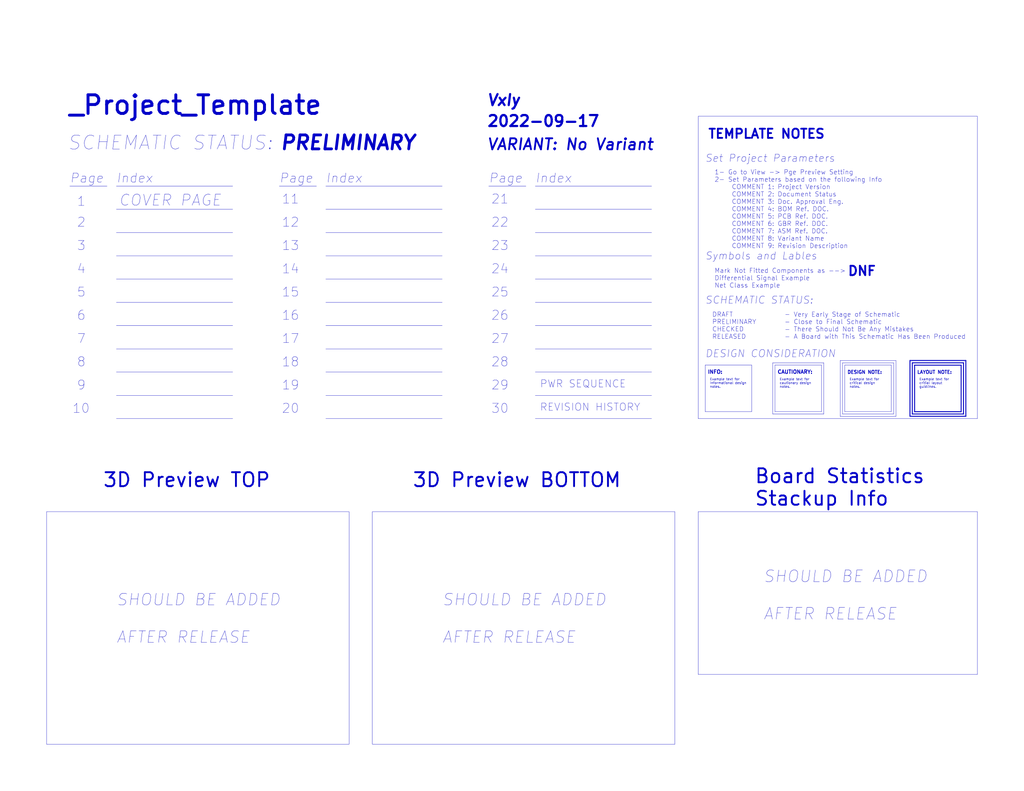
<source format=kicad_sch>
(kicad_sch (version 20230121) (generator eeschema)
  (paper "C")
  (title_block (title "_Project_Template") (date "2022-09-17") (rev "VxIy") (company "Siavash Taher Parvar") (comment 1 "Siavash Taher Parvar") (comment 2 "PRELIMINARY") (comment 3 "Siavash Taher Parvar") (comment 4 "PT_091722_2") (comment 5 "PT_091722_3") (comment 6 "PT_091722_4") (comment 7 "PT_091722_1") (comment 8 "No Variant") (comment 9 "N/A"))
  (lib_symbols)
  (polyline (pts (xy 459.74 198.12) (xy 459.74 226.06)))
  (polyline (pts (xy 292.1 127) (xy 355.6 127)))
  (polyline (pts (xy 410.21 199.39) (xy 410.21 224.79)))
  (polyline (pts (xy 486.41 224.79) (xy 461.01 224.79)))
  (polyline (pts (xy 496.57 196.85) (xy 496.57 227.33)) (stroke (width 0.5)))
  (polyline (pts (xy 63.5 139.7) (xy 127 139.7)))
  (polyline (pts (xy 497.84 198.12) (xy 497.84 226.06)) (stroke (width 0.5)))
  (polyline (pts (xy 177.8 165.1) (xy 241.3 165.1)))
  (polyline (pts (xy 63.5 127) (xy 127 127)))
  (polyline (pts (xy 384.81 199.39) (xy 410.21 199.39)))
  (polyline (pts (xy 384.81 199.39) (xy 384.81 224.79)))
  (polyline (pts (xy 177.8 127) (xy 241.3 127)))
  (polyline (pts (xy 525.78 198.12) (xy 525.78 226.06)) (stroke (width 0.5)))
  (polyline (pts (xy 422.91 199.39) (xy 448.31 199.39)))
  (polyline (pts (xy 177.8 228.6) (xy 241.3 228.6)))
  (polyline (pts (xy 266.7 101.6) (xy 287.02 101.6)))
  (polyline (pts (xy 524.51 199.39) (xy 524.51 224.79)) (stroke (width 0.5)))
  (polyline (pts (xy 422.91 199.39) (xy 422.91 224.79)))
  (polyline (pts (xy 63.5 165.1) (xy 127 165.1)))
  (polyline (pts (xy 486.41 199.39) (xy 486.41 224.79)))
  (polyline (pts (xy 461.01 199.39) (xy 461.01 224.79)))
  (polyline (pts (xy 63.5 177.8) (xy 127 177.8)))
  (polyline (pts (xy 458.47 196.85) (xy 458.47 227.33)))
  (polyline (pts (xy 488.95 196.85) (xy 488.95 227.33)))
  (polyline (pts (xy 292.1 165.1) (xy 355.6 165.1)))
  (polyline (pts (xy 63.5 101.6) (xy 127 101.6)))
  (polyline (pts (xy 63.5 203.2) (xy 127 203.2)))
  (polyline (pts (xy 38.1 101.6) (xy 58.42 101.6)))
  (polyline (pts (xy 292.1 114.3) (xy 355.6 114.3)))
  (polyline (pts (xy 177.8 215.9) (xy 241.3 215.9)))
  (polyline (pts (xy 448.31 224.79) (xy 422.91 224.79)))
  (polyline (pts (xy 63.5 190.5) (xy 127 190.5)))
  (polyline (pts (xy 496.57 227.33) (xy 527.05 227.33)) (stroke (width 0.5)))
  (polyline (pts (xy 292.1 177.8) (xy 355.6 177.8)))
  (polyline (pts (xy 292.1 101.6) (xy 355.6 101.6)))
  (polyline (pts (xy 499.11 199.39) (xy 499.11 224.79)) (stroke (width 0.5)))
  (polyline (pts (xy 527.05 196.85) (xy 527.05 227.33)) (stroke (width 0.5)))
  (polyline (pts (xy 448.31 199.39) (xy 448.31 224.79)))
  (polyline (pts (xy 292.1 203.2) (xy 355.6 203.2)))
  (polyline (pts (xy 292.1 215.9) (xy 355.6 215.9)))
  (polyline (pts (xy 177.8 190.5) (xy 241.3 190.5)))
  (polyline (pts (xy 63.5 215.9) (xy 127 215.9)))
  (polyline (pts (xy 458.47 196.85) (xy 488.95 196.85)))
  (polyline (pts (xy 292.1 139.7) (xy 355.6 139.7)))
  (polyline (pts (xy 499.11 199.39) (xy 524.51 199.39)) (stroke (width 0.5)))
  (polyline (pts (xy 459.74 198.12) (xy 487.68 198.12)))
  (polyline (pts (xy 461.01 199.39) (xy 486.41 199.39)))
  (polyline (pts (xy 152.4 101.6) (xy 172.72 101.6)))
  (polyline (pts (xy 292.1 228.6) (xy 355.6 228.6)))
  (polyline (pts (xy 292.1 152.4) (xy 355.6 152.4)))
  (polyline (pts (xy 177.8 114.3) (xy 241.3 114.3)))
  (polyline (pts (xy 177.8 139.7) (xy 241.3 139.7)))
  (polyline (pts (xy 421.64 198.12) (xy 449.58 198.12)))
  (polyline (pts (xy 63.5 152.4) (xy 127 152.4)))
  (polyline (pts (xy 292.1 190.5) (xy 355.6 190.5)))
  (polyline (pts (xy 496.57 196.85) (xy 527.05 196.85)) (stroke (width 0.5)))
  (polyline (pts (xy 524.51 224.79) (xy 499.11 224.79)) (stroke (width 0.5)))
  (polyline (pts (xy 525.78 226.06) (xy 497.84 226.06)) (stroke (width 0.5)))
  (polyline (pts (xy 410.21 224.79) (xy 384.81 224.79)))
  (polyline (pts (xy 63.5 228.6) (xy 127 228.6)))
  (polyline (pts (xy 487.68 226.06) (xy 459.74 226.06)))
  (polyline (pts (xy 449.58 198.12) (xy 449.58 226.06)))
  (polyline (pts (xy 177.8 177.8) (xy 241.3 177.8)))
  (polyline (pts (xy 458.47 227.33) (xy 488.95 227.33)))
  (polyline (pts (xy 421.64 198.12) (xy 421.64 226.06)))
  (polyline (pts (xy 449.58 226.06) (xy 421.64 226.06)))
  (polyline (pts (xy 63.5 114.3) (xy 127 114.3)))
  (polyline (pts (xy 177.8 203.2) (xy 241.3 203.2)))
  (polyline (pts (xy 177.8 152.4) (xy 241.3 152.4)))
  (polyline (pts (xy 487.68 198.12) (xy 487.68 226.06)))
  (polyline (pts (xy 497.84 198.12) (xy 525.78 198.12)) (stroke (width 0.5)))
  (polyline (pts (xy 177.8 101.6) (xy 241.3 101.6)))
  (rectangle (start 203.2 279.4) (end 368.3 406.4))
  (rectangle (start 381 63.5) (end 533.4 228.6))
  (rectangle (start 381 279.4) (end 533.4 368.3))
  (rectangle (start 25.4 279.4) (end 190.5 406.4))
  (text "27" (at 267.97 187.96 0) (effects (font (size 5 5)) (justify left bottom)))
  (text "${COMMENT2}" (at 152.4 82.55 0) (effects (font (size 7.62 7.62) (thickness 1.524) bold italic) (justify left bottom)))
  (text "Index" (at 177.8 100.33 0) (effects (font (size 5 5) italic) (justify left bottom)))
  (text "21" (at 267.97 111.76 0) (effects (font (size 5 5)) (justify left bottom)))
  (text "TEMPLATE NOTES" (at 386.08 76.2 0) (effects (font (size 5 5) bold) (justify left bottom)))
  (text "${ISSUE_DATE}" (at 265.43 69.85 0) (effects (font (size 6 6) bold) (justify left bottom)))
  (text "LAYOUT NOTE:" (at 500.38 204.47 0) (effects (font (size 1.8 1.8) bold) (justify left bottom)))
  (text "14" (at 153.67 149.86 0) (effects (font (size 5 5)) (justify left bottom)))
  (text "8" (at 41.91 200.66 0) (effects (font (size 5 5)) (justify left bottom)))
  (text "25" (at 267.97 162.56 0) (effects (font (size 5 5)) (justify left bottom)))
  (text "Page" (at 38.1 100.33 0) (effects (font (size 5 5) italic) (justify left bottom)))
  (text "11" (at 153.67 111.76 0) (effects (font (size 5 5)) (justify left bottom)))
  (text "Page" (at 266.7 100.33 0) (effects (font (size 5 5) italic) (justify left bottom)))
  (text "DESIGN CONSIDERATION" (at 384.81 195.58 0) (effects (font (size 4 4) italic) (justify left bottom)))
  (text "Index" (at 292.1 100.33 0) (effects (font (size 5 5) italic) (justify left bottom)))
  (text "15" (at 153.67 162.56 0) (effects (font (size 5 5)) (justify left bottom)))
  (text "2\n" (at 41.91 124.46 0) (effects (font (size 5 5)) (justify left bottom)))
  (text "CAUTIONARY:" (at 424.18 204.47 0) (effects (font (size 2 2) bold) (justify left bottom)))
  (text "28" (at 267.97 200.66 0) (effects (font (size 5 5)) (justify left bottom)))
  (text "6" (at 41.91 175.26 0) (effects (font (size 5 5)) (justify left bottom)))
  (text "3" (at 41.91 137.16 0) (effects (font (size 5 5)) (justify left bottom)))
  (text "17" (at 153.67 187.96 0) (effects (font (size 5 5)) (justify left bottom)))
  (text "DNF" (at 462.28 151.13 0) (effects (font (size 5.08 5.08) (thickness 1.016) bold) (justify left bottom)))
  (text "12" (at 153.67 124.46 0) (effects (font (size 5 5)) (justify left bottom)))
  (text "22" (at 267.97 124.46 0) (effects (font (size 5 5)) (justify left bottom)))
  (text "PWR SEQUENCE" (at 294.64 212.09 0) (effects (font (size 4 4)) (justify left bottom)))
  (text "24" (at 267.97 149.86 0) (effects (font (size 5 5)) (justify left bottom)))
  (text "REVISION HISTORY" (at 294.64 224.79 0) (effects (font (size 4 4)) (justify left bottom)))
  (text "10" (at 39.37 226.06 0) (effects (font (size 5 5)) (justify left bottom)))
  (text "Example text for\ncritial layout\nguidlines." (at 501.65 212.09 0) (effects (font (size 1.27 1.27)) (justify left bottom)))
  (text "23" (at 267.97 137.16 0) (effects (font (size 5 5)) (justify left bottom)))
  (text "Page" (at 152.4 100.33 0) (effects (font (size 5 5) italic) (justify left bottom)))
  (text "${TITLE}" (at 36.83 63.5 0) (effects (font (size 10.16 10.16) (thickness 1.6) bold) (justify left bottom)))
  (text "1- Go to View -> Pge Preview Setting\n2- Set Parameters based on the following Info\n	COMMENT 1: Project Version\n	COMMENT 2: Document Status\n	COMMENT 3: Doc. Approval Eng.\n	COMMENT 4: BOM Ref. DOC.\n	COMMENT 5: PCB Ref. DOC.\n	COMMENT 6: GBR Ref. DOC.\n	COMMENT 7: ASM Ref. DOC.\n	COMMENT 8: Variant Name\n	COMMENT 9: Revision Description " (at 389.89 135.89 0) (effects (font (size 2.5 2.5)) (justify left bottom)))
  (text "Index" (at 63.5 100.33 0) (effects (font (size 5 5) italic) (justify left bottom)))
  (text "29" (at 267.97 213.36 0) (effects (font (size 5 5)) (justify left bottom)))
  (text "4" (at 41.91 149.86 0) (effects (font (size 5 5)) (justify left bottom)))
  (text "18" (at 153.67 200.66 0) (effects (font (size 5 5)) (justify left bottom)))
  (text "3D Preview TOP" (at 55.88 266.7 0) (effects (font (size 7.62 7.62) (thickness 1.016) bold) (justify left bottom)))
  (text "Board Statistics \nStackup Info" (at 411.48 276.86 0) (effects (font (size 7.62 7.62) (thickness 1.016) bold) (justify left bottom)))
  (text "19" (at 153.67 213.36 0) (effects (font (size 5 5)) (justify left bottom)))
  (text "Set Project Parameters" (at 384.81 88.9 0) (effects (font (size 4 4) italic) (justify left bottom)))
  (text "VARIANT: ${COMMENT8}" (at 265.43 82.55 0) (effects (font (size 6 6) (thickness 1) bold italic) (justify left bottom)))
  (text "Example text for\ncautionary design\nnotes." (at 425.45 212.09 0) (effects (font (size 1.27 1.27)) (justify left bottom)))
  (text "9" (at 41.91 213.36 0) (effects (font (size 5 5)) (justify left bottom)))
  (text "DRAFT 			- Very Early Stage of Schematic\nPRELIMINARY 	- Close to Final Schematic\nCHECKED 		- There Should Not Be Any Mistakes\nRELEASED 		- A Board with This Schematic Has Been Produced" (at 388.62 185.42 0) (effects (font (size 2.5 2.5)) (justify left bottom)))
  (text "16" (at 153.67 175.26 0) (effects (font (size 5 5)) (justify left bottom)))
  (text "SHOULD BE ADDED\n\nAFTER RELEASE" (at 416.56 339.09 0) (effects (font (size 6.35 6.35) italic) (justify left bottom)))
  (text "3D Preview BOTTOM" (at 224.79 266.7 0) (effects (font (size 7.62 7.62) (thickness 1.016) bold) (justify left bottom)))
  (text "Mark Not Fitted Components as -->\nDifferential Signal Example\nNet Class Example" (at 389.89 157.48 0) (effects (font (size 2.5 2.5)) (justify left bottom)))
  (text "1" (at 41.91 113.03 0) (effects (font (size 5 5)) (justify left bottom)))
  (text "Example text for\nInformational design\nnotes." (at 387.35 212.09 0) (effects (font (size 1.27 1.27)) (justify left bottom)))
  (text "DESIGN NOTE:" (at 462.28 204.47 0) (effects (font (size 1.8 1.8) bold) (justify left bottom)))
  (text "5" (at 41.91 162.56 0) (effects (font (size 5 5)) (justify left bottom)))
  (text "SHOULD BE ADDED\n\nAFTER RELEASE" (at 241.3 351.79 0) (effects (font (size 6.35 6.35) italic) (justify left bottom)))
  (text "INFO:" (at 386.08 204.47 0) (effects (font (size 2 2) (thickness 0.4) bold) (justify left bottom)))
  (text "Symbols and Lables" (at 384.81 142.24 0) (effects (font (size 4 4) italic) (justify left bottom)))
  (text "Example text for\ncritical design \nnotes." (at 463.55 212.09 0) (effects (font (size 1.27 1.27)) (justify left bottom)))
  (text "SCHEMATIC STATUS:" (at 384.81 166.37 0) (effects (font (size 4 4) italic) (justify left bottom)))
  (text "13" (at 153.67 137.16 0) (effects (font (size 5 5)) (justify left bottom)))
  (text "COVER PAGE" (at 64.77 113.03 0) (effects (font (size 6 6) italic) (justify left bottom)))
  (text "7" (at 41.91 187.96 0) (effects (font (size 5 5)) (justify left bottom)))
  (text "${REVISION}" (at 265.43 58.42 0) (effects (font (size 6 6) bold italic) (justify left bottom)))
  (text "20" (at 153.67 226.06 0) (effects (font (size 5 5)) (justify left bottom)))
  (text "SHOULD BE ADDED\n\nAFTER RELEASE" (at 63.5 351.79 0) (effects (font (size 6.35 6.35) italic) (justify left bottom)))
  (text "26" (at 267.97 175.26 0) (effects (font (size 5 5)) (justify left bottom)))
  (text "SCHEMATIC STATUS: " (at 36.83 82.55 0) (effects (font (size 7.62 7.62) italic) (justify left bottom)))
  (text "30" (at 267.97 226.06 0) (effects (font (size 5 5)) (justify left bottom)))
)
</source>
